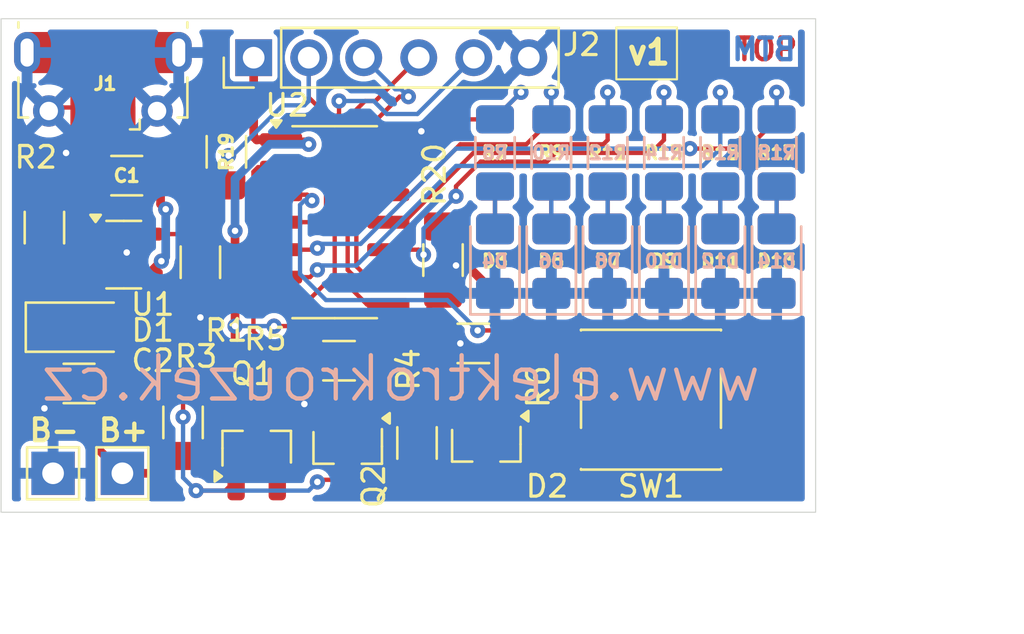
<source format=kicad_pcb>
(kicad_pcb (version 20241229) (generator "pcbnew") (generator_version "9.0")
  (layers (0 "F.Cu" signal) (2 "B.Cu" signal) (13 "F.Paste" user) (15 "B.Paste" user) (5 "F.SilkS" user "F.Silkscreen") (7 "B.SilkS" user "B.Silkscreen") (1 "F.Mask" user) (3 "B.Mask" user) (25 "Edge.Cuts" user))
  (net 0 "")
  (net 1 "Net-(D1-A)")
  (net 2 "GND")
  (net 3 "VCC")
  (net 4 "Net-(D1-K)")
  (net 5 "Net-(D2-K-Pad2)")
  (net 6 "BTN")
  (net 7 "Net-(D2-A)")
  (net 8 "Net-(D3-A)")
  (net 9 "Net-(D4-A)")
  (net 10 "Net-(D5-A)")
  (net 11 "Net-(D6-A)")
  (net 12 "Net-(D7-A)")
  (net 13 "Net-(D8-A)")
  (net 14 "Net-(D9-A)")
  (net 15 "Net-(D10-A)")
  (net 16 "Net-(D11-A)")
  (net 17 "Net-(D12-A)")
  (net 18 "Net-(D13-A)")
  (net 19 "Net-(D14-A)")
  (net 23 "RESET")
  (net 24 "MOSI")
  (net 25 "MISO")
  (net 26 "SCK")
  (net 27 "Net-(Q1-G)")
  (net 28 "Net-(Q1-S)")
  (net 29 "Net-(Q2-B)")
  (net 30 "Net-(U1-PROG)")
  (net 31 "Net-(U1-STAT)")
  (net 32 "PWR")
  (net 33 "Net-(U2-AREF{slash}PA0)")
  (net 34 "Net-(U2-PA1)")
  (net 35 "Net-(U2-PA2)")
  (net 36 "Net-(U2-PA3)")
  (net 37 "Net-(U2-PA7)")
  (net 38 "Net-(U2-PB2)")
  (footprint "Resistor_SMD:R_1206_3216Metric_Pad1.30x1.75mm_HandSolder" (layer "F.Cu") (at 129.6 76.65 -90)
    (property "Reference" "R1" (at 3.15 -1.2 180) (layer "F.SilkS"))
    (property "Value" "47k" (hide yes))
    (pad "1" smd roundrect (at -1.55 0 270) (size 1.3 1.75) (layers "F.Cu" "F.Mask" "F.Paste") (roundrect_rratio 0.192308) (net 30 "Net-(U1-PROG)"))
    (pad "2" smd roundrect (at 1.55 0 270) (size 1.3 1.75) (layers "F.Cu" "F.Mask" "F.Paste") (roundrect_rratio 0.192308) (net 2 "GND"))
  )
  (footprint "Resistor_SMD:R_1206_3216Metric_Pad1.30x1.75mm_HandSolder" (layer "F.Cu") (at 140.8 76.55 90)
    (property "Reference" "R20" (at 3.95 -0.4 90) (layer "F.SilkS"))
    (property "Value" "10k" (hide yes))
    (pad "1" smd roundrect (at -1.55 0 90) (size 1.3 1.75) (layers "F.Cu" "F.Mask" "F.Paste") (roundrect_rratio 0.192308) (net 3 "VCC"))
    (pad "2" smd roundrect (at 1.55 0 90) (size 1.3 1.75) (layers "F.Cu" "F.Mask" "F.Paste") (roundrect_rratio 0.192308) (net 26 "SCK"))
  )
  (footprint "TestPoint:TestPoint_THTPad_2.0x2.0mm_Drill1.0mm" (layer "F.Cu") (at 126 86.4)
    (property "Reference" "TP1" (hide yes))
    (property "Value" "BAT+" (hide yes))
    (pad "1" thru_hole rect (at 0 0) (size 2 2) (drill 1) (layers "*.Cu" "*.Mask") (net 28 "Net-(Q1-S)"))
  )
  (footprint "LED_SMD:LED_1206_3216Metric_Pad1.42x1.75mm_HandSolder" (layer "F.Cu") (at 143.2 76.6 90)
    (property "Reference" "D3" (at 0 0 180) (layer "F.SilkS") (effects (font (size 0.6 0.6))))
    (property "Value" "Red" (hide yes))
    (pad "1" smd roundrect (at -1.4875 0 90) (size 1.425 1.75) (layers "F.Cu" "F.Mask" "F.Paste") (roundrect_rratio 0.175439) (net 2 "GND"))
    (pad "2" smd roundrect (at 1.4875 0 90) (size 1.425 1.75) (layers "F.Cu" "F.Mask" "F.Paste") (roundrect_rratio 0.175439) (net 8 "Net-(D3-A)"))
  )
  (footprint "Resistor_SMD:R_1206_3216Metric_Pad1.30x1.75mm_HandSolder" (layer "F.Cu") (at 136 81.2 180)
    (property "Reference" "R5" (at 3.4 1 180) (layer "F.SilkS"))
    (property "Value" "10k" (hide yes))
    (pad "1" smd roundrect (at -1.55 0 180) (size 1.3 1.75) (layers "F.Cu" "F.Mask" "F.Paste") (roundrect_rratio 0.192308) (net 29 "Net-(Q2-B)"))
    (pad "2" smd roundrect (at 1.55 0 180) (size 1.3 1.75) (layers "F.Cu" "F.Mask" "F.Paste") (roundrect_rratio 0.192308) (net 32 "PWR"))
  )
  (footprint "TestPoint:TestPoint_THTPad_2.0x2.0mm_Drill1.0mm" (layer "F.Cu") (at 122.8 86.4)
    (property "Reference" "TP2" (hide yes))
    (property "Value" "BAT-" (hide yes))
    (pad "1" thru_hole rect (at 0 0) (size 2 2) (drill 1) (layers "*.Cu" "*.Mask") (net 2 "GND"))
  )
  (footprint "Resistor_SMD:R_1206_3216Metric_Pad1.30x1.75mm_HandSolder" (layer "F.Cu") (at 122.4 75.05 90)
    (property "Reference" "R2" (at 3.25 -0.4 0) (layer "F.SilkS"))
    (property "Value" "470R" (hide yes))
    (pad "1" smd roundrect (at -1.55 0 90) (size 1.3 1.75) (layers "F.Cu" "F.Mask" "F.Paste") (roundrect_rratio 0.192308) (net 4 "Net-(D1-K)"))
    (pad "2" smd roundrect (at 1.55 0 90) (size 1.3 1.75) (layers "F.Cu" "F.Mask" "F.Paste") (roundrect_rratio 0.192308) (net 31 "Net-(U1-STAT)"))
  )
  (footprint "Resistor_SMD:R_1206_3216Metric_Pad1.30x1.75mm_HandSolder" (layer "F.Cu") (at 130.8 71.55 90)
    (property "Reference" "R19" (at 0 0 90) (layer "F.SilkS") (effects (font (size 0.6 0.6))))
    (property "Value" "10k" (hide yes))
    (pad "1" smd roundrect (at -1.55 0 90) (size 1.3 1.75) (layers "F.Cu" "F.Mask" "F.Paste") (roundrect_rratio 0.192308) (net 23 "RESET"))
    (pad "2" smd roundrect (at 1.55 0 90) (size 1.3 1.75) (layers "F.Cu" "F.Mask" "F.Paste") (roundrect_rratio 0.192308) (net 3 "VCC"))
  )
  (footprint "LED_SMD:LED_1206_3216Metric_Pad1.42x1.75mm_HandSolder" (layer "F.Cu") (at 124 79.65)
    (property "Reference" "D1" (at 3.4 0.15 0) (layer "F.SilkS"))
    (property "Value" "Red" (hide yes))
    (pad "1" smd roundrect (at -1.4875 0) (size 1.425 1.75) (layers "F.Cu" "F.Mask" "F.Paste") (roundrect_rratio 0.175439) (net 4 "Net-(D1-K)"))
    (pad "2" smd roundrect (at 1.4875 0) (size 1.425 1.75) (layers "F.Cu" "F.Mask" "F.Paste") (roundrect_rratio 0.175439) (net 1 "Net-(D1-A)"))
  )
  (footprint "Connector_PinHeader_2.54mm:PinHeader_1x06_P2.54mm_Vertical" (layer "F.Cu") (at 132.06 67.2 90)
    (property "Reference" "J2" (at 0.6 15.14 180) (layer "F.SilkS"))
    (property "Value" "6pin" (hide yes))
    (pad "1" thru_hole rect (at 0 0 90) (size 1.7 1.7) (drill 1) (layers "*.Cu" "*.Mask") (net 3 "VCC"))
    (pad "2" thru_hole circle (at 0 2.54 90) (size 1.7 1.7) (drill 1) (layers "*.Cu" "*.Mask") (net 23 "RESET"))
    (pad "3" thru_hole circle (at 0 5.08 90) (size 1.7 1.7) (drill 1) (layers "*.Cu" "*.Mask") (net 26 "SCK"))
    (pad "4" thru_hole circle (at 0 7.62 90) (size 1.7 1.7) (drill 1) (layers "*.Cu" "*.Mask") (net 25 "MISO"))
    (pad "5" thru_hole circle (at 0 10.16 90) (size 1.7 1.7) (drill 1) (layers "*.Cu" "*.Mask") (net 24 "MOSI"))
    (pad "6" thru_hole circle (at 0 12.7 90) (size 1.7 1.7) (drill 1) (layers "*.Cu" "*.Mask") (net 2 "GND"))
  )
  (footprint "Resistor_SMD:R_1206_3216Metric_Pad1.30x1.75mm_HandSolder" (layer "F.Cu") (at 145.8 71.6 90)
    (property "Reference" "R9" (at 0 0 180) (layer "F.SilkS") (effects (font (size 0.6 0.6))))
    (property "Value" "220R" (hide yes))
    (pad "1" smd roundrect (at -1.55 0 90) (size 1.3 1.75) (layers "F.Cu" "F.Mask" "F.Paste") (roundrect_rratio 0.192308) (net 10 "Net-(D5-A)"))
    (pad "2" smd roundrect (at 1.55 0 90) (size 1.3 1.75) (layers "F.Cu" "F.Mask" "F.Paste") (roundrect_rratio 0.192308) (net 34 "Net-(U2-PA1)"))
  )
  (footprint "Package_SO:SOIC-14_3.9x8.7mm_P1.27mm" (layer "F.Cu") (at 135.8 74.8)
    (property "Reference" "U2" (at -2.2 -5.4 0) (layer "F.SilkS"))
    (property "Value" "ATtiny24-20SS" (hide yes))
    (pad "1" smd roundrect (at -2.475 -3.81) (size 1.95 0.6) (layers "F.Cu" "F.Mask" "F.Paste") (net 3 "VCC"))
    (pad "2" smd roundrect (at -2.475 -2.54) (size 1.95 0.6) (layers "F.Cu" "F.Mask" "F.Paste") (net 32 "PWR"))
    (pad "3" smd roundrect (at -2.475 -1.27) (size 1.95 0.6) (layers "F.Cu" "F.Mask" "F.Paste") (net 6 "BTN"))
    (pad "4" smd roundrect (at -2.475 0) (size 1.95 0.6) (layers "F.Cu" "F.Mask" "F.Paste") (net 23 "RESET"))
    (pad "5" smd roundrect (at -2.475 1.27) (size 1.95 0.6) (layers "F.Cu" "F.Mask" "F.Paste") (net 38 "Net-(U2-PB2)"))
    (pad "6" smd roundrect (at -2.475 2.54) (size 1.95 0.6) (layers "F.Cu" "F.Mask" "F.Paste") (net 37 "Net-(U2-PA7)"))
    (pad "7" smd roundrect (at -2.475 3.81) (size 1.95 0.6) (layers "F.Cu" "F.Mask" "F.Paste") (net 24 "MOSI"))
    (pad "8" smd roundrect (at 2.475 3.81) (size 1.95 0.6) (layers "F.Cu" "F.Mask" "F.Paste") (net 25 "MISO"))
    (pad "9" smd roundrect (at 2.475 2.54) (size 1.95 0.6) (layers "F.Cu" "F.Mask" "F.Paste") (net 26 "SCK"))
    (pad "10" smd roundrect (at 2.475 1.27) (size 1.95 0.6) (layers "F.Cu" "F.Mask" "F.Paste") (net 36 "Net-(U2-PA3)"))
    (pad "11" smd roundrect (at 2.475 0) (size 1.95 0.6) (layers "F.Cu" "F.Mask" "F.Paste") (net 35 "Net-(U2-PA2)"))
    (pad "12" smd roundrect (at 2.475 -1.27) (size 1.95 0.6) (layers "F.Cu" "F.Mask" "F.Paste") (net 34 "Net-(U2-PA1)"))
    (pad "13" smd roundrect (at 2.475 -2.54) (size 1.95 0.6) (layers "F.Cu" "F.Mask" "F.Paste") (net 33 "Net-(U2-AREF{slash}PA0)"))
    (pad "14" smd roundrect (at 2.475 -3.81) (size 1.95 0.6) (layers "F.Cu" "F.Mask" "F.Paste") (net 2 "GND"))
  )
  (footprint "Capacitor_SMD:C_1206_3216Metric_Pad1.33x1.80mm_HandSolder" (layer "F.Cu") (at 124 82.25 180)
    (property "Reference" "C2" (at -3.4 1.05 0) (layer "F.SilkS"))
    (property "Value" "4u7" (hide yes))
    (pad "1" smd roundrect (at -1.5625 0 180) (size 1.325 1.8) (layers "F.Cu" "F.Mask" "F.Paste") (roundrect_rratio 0.188679) (net 28 "Net-(Q1-S)"))
    (pad "2" smd roundrect (at 1.5625 0 180) (size 1.325 1.8) (layers "F.Cu" "F.Mask" "F.Paste") (roundrect_rratio 0.188679) (net 2 "GND"))
  )
  (footprint "Package_TO_SOT_SMD:SOT-23_Handsoldering" (layer "F.Cu") (at 142.8 85.1 -90)
    (property "Reference" "D2" (at 1.9 -2.8 180) (layer "F.SilkS"))
    (property "Value" "BAS70-06" (hide yes))
    (pad "1" smd roundrect (at -1.5 -0.95 270) (size 1.9 0.8) (layers "F.Cu" "F.Mask" "F.Paste") (net 6 "BTN"))
    (pad "2" smd roundrect (at -1.5 0.95 270) (size 1.9 0.8) (layers "F.Cu" "F.Mask" "F.Paste") (net 5 "Net-(D2-K-Pad2)"))
    (pad "3" smd roundrect (at 1.5 0 270) (size 1.9 0.8) (layers "F.Cu" "F.Mask" "F.Paste") (net 7 "Net-(D2-A)"))
  )
  (footprint "LED_SMD:LED_1206_3216Metric_Pad1.42x1.75mm_HandSolder" (layer "F.Cu") (at 148.4 76.6 90)
    (property "Reference" "D7" (at 0 0 180) (layer "F.SilkS") (effects (font (size 0.6 0.6))))
    (property "Value" "Red" (hide yes))
    (pad "1" smd roundrect (at -1.4875 0 90) (size 1.425 1.75) (layers "F.Cu" "F.Mask" "F.Paste") (roundrect_rratio 0.175439) (net 2 "GND"))
    (pad "2" smd roundrect (at 1.4875 0 90) (size 1.425 1.75) (layers "F.Cu" "F.Mask" "F.Paste") (roundrect_rratio 0.175439) (net 12 "Net-(D7-A)"))
  )
  (footprint "Resistor_SMD:R_1206_3216Metric_Pad1.30x1.75mm_HandSolder" (layer "F.Cu") (at 156.2 71.6 90)
    (property "Reference" "R17" (at 0 0 180) (layer "F.SilkS") (effects (font (size 0.6 0.6))))
    (property "Value" "220R" (hide yes))
    (pad "1" smd roundrect (at -1.55 0 90) (size 1.3 1.75) (layers "F.Cu" "F.Mask" "F.Paste") (roundrect_rratio 0.192308) (net 18 "Net-(D13-A)"))
    (pad "2" smd roundrect (at 1.55 0 90) (size 1.3 1.75) (layers "F.Cu" "F.Mask" "F.Paste") (roundrect_rratio 0.192308) (net 38 "Net-(U2-PB2)"))
  )
  (footprint "Package_TO_SOT_SMD:SOT-23_Handsoldering" (layer "F.Cu") (at 132.2 85.2 90)
    (property "Reference" "Q1" (at 3.4 -0.2 180) (layer "F.SilkS"))
    (property "Value" "BSS84" (hide yes))
    (pad "1" smd roundrect (at -1.5 -0.95 90) (size 1.9 0.8) (layers "F.Cu" "F.Mask" "F.Paste") (net 27 "Net-(Q1-G)"))
    (pad "2" smd roundrect (at -1.5 0.95 90) (size 1.9 0.8) (layers "F.Cu" "F.Mask" "F.Paste") (net 28 "Net-(Q1-S)"))
    (pad "3" smd roundrect (at 1.5 0 90) (size 1.9 0.8) (layers "F.Cu" "F.Mask" "F.Paste") (net 3 "VCC"))
  )
  (footprint "Resistor_SMD:R_1206_3216Metric_Pad1.30x1.75mm_HandSolder" (layer "F.Cu") (at 139.6 85 -90)
    (property "Reference" "R4" (at -3.4 0.4 270) (layer "F.SilkS"))
    (property "Value" "10k" (hide yes))
    (pad "1" smd roundrect (at -1.55 0 270) (size 1.3 1.75) (layers "F.Cu" "F.Mask" "F.Paste") (roundrect_rratio 0.192308) (net 29 "Net-(Q2-B)"))
    (pad "2" smd roundrect (at 1.55 0 270) (size 1.3 1.75) (layers "F.Cu" "F.Mask" "F.Paste") (roundrect_rratio 0.192308) (net 5 "Net-(D2-K-Pad2)"))
  )
  (footprint "Connector_USB:USB_Micro-B_Molex-105017-0001" (layer "F.Cu") (at 125.1 68.2 180)
    (property "Reference" "J1" (at -0.1 -0.2 0) (layer "F.SilkS") (effects (font (size 0.6 0.6))))
    (property "Value" "105017-0001" (hide yes))
    (pad "1" smd rect (at -1.3 -1.4625 180) (size 0.4 1.35) (layers "F.Cu" "F.Mask" "F.Paste") (net 1 "Net-(D1-A)"))
    (pad "2" smd rect (at -0.65 -1.4625 180) (size 0.4 1.35) (layers "F.Cu" "F.Mask" "F.Paste"))
    (pad "3" smd rect (at 0 -1.4625 180) (size 0.4 1.35) (layers "F.Cu" "F.Mask" "F.Paste"))
    (pad "4" smd rect (at 0.65 -1.4625 180) (size 0.4 1.35) (layers "F.Cu" "F.Mask" "F.Paste"))
    (pad "5" smd rect (at 1.3 -1.4625 180) (size 0.4 1.35) (layers "F.Cu" "F.Mask" "F.Paste") (net 2 "GND"))
    (pad "6" thru_hole oval (at -3.5 1.2375) (size 1.2 1.9) (drill oval 0.6 1.3) (property pad_prop_heatsink) (layers "*.Cu" "*.Mask") (net 2 "GND"))
    (pad "6" smd rect (at -2.9 1.2375 180) (size 1.2 1.9) (layers "F.Cu" "F.Mask") (net 2 "GND"))
    (pad "6" thru_hole circle (at -2.5 -1.4625 180) (size 1.45 1.45) (drill 0.85) (property pad_prop_heatsink) (layers "*.Cu" "*.Mask") (net 2 "GND"))
    (pad "6" smd rect (at -1 1.2375 180) (size 1.5 1.9) (layers "F.Cu" "F.Mask" "F.Paste") (net 2 "GND"))
    (pad "6" smd rect (at 1 1.2375 180) (size 1.5 1.9) (layers "F.Cu" "F.Mask" "F.Paste") (net 2 "GND"))
    (pad "6" thru_hole circle (at 2.5 -1.4625 180) (size 1.45 1.45) (drill 0.85) (property pad_prop_heatsink) (layers "*.Cu" "*.Mask") (net 2 "GND"))
    (pad "6" smd rect (at 2.9 1.2375 180) (size 1.2 1.9) (layers "F.Cu" "F.Mask") (net 2 "GND"))
    (pad "6" thru_hole oval (at 3.5 1.2375 180) (size 1.2 1.9) (drill oval 0.6 1.3) (property pad_prop_heatsink) (layers "*.Cu" "*.Mask") (net 2 "GND"))
  )
  (footprint "Resistor_SMD:R_1206_3216Metric_Pad1.30x1.75mm_HandSolder" (layer "F.Cu") (at 153.6 71.6 90)
    (property "Reference" "R15" (at 0 0 180) (layer "F.SilkS") (effects (font (size 0.6 0.6))))
    (property "Value" "220R" (hide yes))
    (pad "1" smd roundrect (at -1.55 0 90) (size 1.3 1.75) (layers "F.Cu" "F.Mask" "F.Paste") (roundrect_rratio 0.192308) (net 16 "Net-(D11-A)"))
    (pad "2" smd roundrect (at 1.55 0 90) (size 1.3 1.75) (layers "F.Cu" "F.Mask" "F.Paste") (roundrect_rratio 0.192308) (net 37 "Net-(U2-PA7)"))
  )
  (footprint "Resistor_SMD:R_1206_3216Metric_Pad1.30x1.75mm_HandSolder" (layer "F.Cu") (at 148.4 71.6 90)
    (property "Reference" "R11" (at 0 0 180) (layer "F.SilkS") (effects (font (size 0.6 0.6))))
    (property "Value" "220R" (hide yes))
    (pad "1" smd roundrect (at -1.55 0 90) (size 1.3 1.75) (layers "F.Cu" "F.Mask" "F.Paste") (roundrect_rratio 0.192308) (net 12 "Net-(D7-A)"))
    (pad "2" smd roundrect (at 1.55 0 90) (size 1.3 1.75) (layers "F.Cu" "F.Mask" "F.Paste") (roundrect_rratio 0.192308) (net 35 "Net-(U2-PA2)"))
  )
  (footprint "Capacitor_SMD:C_1206_3216Metric_Pad1.33x1.80mm_HandSolder" (layer "F.Cu") (at 126.2 72.65 180)
    (property "Reference" "C1" (at 0 0 0) (layer "F.SilkS") (effects (font (size 0.6 0.6))))
    (property "Value" "4u7" (hide yes))
    (pad "1" smd roundrect (at -1.5625 0 180) (size 1.325 1.8) (layers "F.Cu" "F.Mask" "F.Paste") (roundrect_rratio 0.188679) (net 1 "Net-(D1-A)"))
    (pad "2" smd roundrect (at 1.5625 0 180) (size 1.325 1.8) (layers "F.Cu" "F.Mask" "F.Paste") (roundrect_rratio 0.188679) (net 2 "GND"))
  )
  (footprint "Package_TO_SOT_SMD:SOT-23_Handsoldering" (layer "F.Cu") (at 136.4 85.2 -90)
    (property "Reference" "Q2" (at 1.8 -1.2 90) (layer "F.SilkS"))
    (property "Value" "BC848" (hide yes))
    (pad "1" smd roundrect (at -1.5 -0.95 270) (size 1.9 0.8) (layers "F.Cu" "F.Mask" "F.Paste") (net 29 "Net-(Q2-B)"))
    (pad "2" smd roundrect (at -1.5 0.95 270) (size 1.9 0.8) (layers "F.Cu" "F.Mask" "F.Paste") (net 2 "GND"))
    (pad "3" smd roundrect (at 1.5 0 270) (size 1.9 0.8) (layers "F.Cu" "F.Mask" "F.Paste") (net 27 "Net-(Q1-G)"))
  )
  (footprint "LED_SMD:LED_1206_3216Metric_Pad1.42x1.75mm_HandSolder" (layer "F.Cu") (at 151 76.6 90)
    (property "Reference" "D9" (at 0 0 180) (layer "F.SilkS") (effects (font (size 0.6 0.6))))
    (property "Value" "Red" (hide yes))
    (pad "1" smd roundrect (at -1.4875 0 90) (size 1.425 1.75) (layers "F.Cu" "F.Mask" "F.Paste") (roundrect_rratio 0.175439) (net 2 "GND"))
    (pad "2" smd roundrect (at 1.4875 0 90) (size 1.425 1.75) (layers "F.Cu" "F.Mask" "F.Paste") (roundrect_rratio 0.175439) (net 14 "Net-(D9-A)"))
  )
  (footprint "Package_TO_SOT_SMD:SOT-23-5" (layer "F.Cu") (at 126.0625 76.3)
    (property "Reference" "U1" (at 1.3375 2.3 0) (layer "F.SilkS"))
    (property "Value" "MCP73831-2-OT" (hide yes))
    (pad "1" smd roundrect (at -1.1375 -0.95) (size 1.325 0.6) (layers "F.Cu" "F.Mask" "F.Paste") (net 31 "Net-(U1-STAT)"))
    (pad "2" smd roundrect (at -1.1375 0) (size 1.325 0.6) (layers "F.Cu" "F.Mask" "F.Paste") (net 2 "GND"))
    (pad "3" smd roundrect (at -1.1375 0.95) (size 1.325 0.6) (layers "F.Cu" "F.Mask" "F.Paste") (net 28 "Net-(Q1-S)"))
    (pad "4" smd roundrect (at 1.1375 0.95) (size 1.325 0.6) (layers "F.Cu" "F.Mask" "F.Paste") (net 1 "Net-(D1-A)"))
    (pad "5" smd roundrect (at 1.1375 -0.95) (size 1.325 0.6) (layers "F.Cu" "F.Mask" "F.Paste") (net 30 "Net-(U1-PROG)"))
  )
  (footprint "LED_SMD:LED_1206_3216Metric_Pad1.42x1.75mm_HandSolder" (layer "F.Cu") (at 145.8 76.6 90)
    (property "Reference" "D5" (at 0 0 180) (layer "F.SilkS") (effects (font (size 0.6 0.6))))
    (property "Value" "Red" (hide yes))
    (pad "1" smd roundrect (at -1.4875 0 90) (size 1.425 1.75) (layers "F.Cu" "F.Mask" "F.Paste") (roundrect_rratio 0.175439) (net 2 "GND"))
    (pad "2" smd roundrect (at 1.4875 0 90) (size 1.425 1.75) (layers "F.Cu" "F.Mask" "F.Paste") (roundrect_rratio 0.175439) (net 10 "Net-(D5-A)"))
  )
  (footprint "Resistor_SMD:R_1206_3216Metric_Pad1.30x1.75mm_HandSolder" (layer "F.Cu") (at 143.2 71.6 90)
    (property "Reference" "R7" (at 0 0 180) (layer "F.SilkS") (effects (font (size 0.6 0.6))))
    (property "Value" "220R" (hide yes))
    (pad "1" smd roundrect (at -1.55 0 90) (size 1.3 1.75) (layers "F.Cu" "F.Mask" "F.Paste") (roundrect_rratio 0.192308) (net 8 "Net-(D3-A)"))
    (pad "2" smd roundrect (at 1.55 0 90) (size 1.3 1.75) (layers "F.Cu" "F.Mask" "F.Paste") (roundrect_rratio 0.192308) (net 33 "Net-(U2-AREF{slash}PA0)"))
  )
  (footprint "Resistor_SMD:R_1206_3216Metric_Pad1.30x1.75mm_HandSolder" (layer "F.Cu") (at 151 71.6 90)
    (property "Reference" "R13" (at 0 0 180) (layer "F.SilkS") (effects (font (size 0.6 0.6))))
    (property "Value" "220R" (hide yes))
    (pad "1" smd roundrect (at -1.55 0 90) (size 1.3 1.75) (layers "F.Cu" "F.Mask" "F.Paste") (roundrect_rratio 0.192308) (net 14 "Net-(D9-A)"))
    (pad "2" smd roundrect (at 1.55 0 90) (size 1.3 1.75) (layers "F.Cu" "F.Mask" "F.Paste") (roundrect_rratio 0.192308) (net 36 "Net-(U2-PA3)"))
  )
  (footprint "Resistor_SMD:R_1206_3216Metric_Pad1.30x1.75mm_HandSolder" (layer "F.Cu") (at 142.2 80.4)
    (property "Reference" "R6" (at 3 2 90) (layer "F.SilkS"))
    (property "Value" "10k" (hide yes))
    (pad "1" smd roundrect (at -1.55 0) (size 1.3 1.75) (layers "F.Cu" "F.Mask" "F.Paste") (roundrect_rratio 0.192308) (net 2 "GND"))
    (pad "2" smd roundrect (at 1.55 0) (size 1.3 1.75) (layers "F.Cu" "F.Mask" "F.Paste") (roundrect_rratio 0.192308) (net 6 "BTN"))
  )
  (footprint "LED_SMD:LED_1206_3216Metric_Pad1.42x1.75mm_HandSolder" (layer "F.Cu") (at 153.6 76.6 90)
    (property "Reference" "D11" (at 0 0 180) (layer "F.SilkS") (effects (font (size 0.6 0.6))))
    (property "Value" "Red" (hide yes))
    (pad "1" smd roundrect (at -1.4875 0 90) (size 1.425 1.75) (layers "F.Cu" "F.Mask" "F.Paste") (roundrect_rratio 0.175439) (net 2 "GND"))
    (pad "2" smd roundrect (at 1.4875 0 90) (size 1.425 1.75) (layers "F.Cu" "F.Mask" "F.Paste") (roundrect_rratio 0.175439) (net 16 "Net-(D11-A)"))
  )
  (footprint "Button_Switch_SMD:SW_SPST_PTS645" (layer "F.Cu") (at 150.4 83)
    (property "Reference" "SW1" (at 0 4 0) (layer "F.SilkS"))
    (property "Value" "6x6 SMD" (hide yes))
    (pad "1" smd rect (at -3.98 -2.25) (size 1.55 1.3) (layers "F.Cu" "F.Mask" "F.Paste") (net 28 "Net-(Q1-S)"))
    (pad "1" smd rect (at 3.98 -2.25) (size 1.55 1.3) (layers "F.Cu" "F.Mask" "F.Paste") (net 28 "Net-(Q1-S)"))
    (pad "2" smd rect (at -3.98 2.25) (size 1.55 1.3) (layers "F.Cu" "F.Mask" "F.Paste") (net 7 "Net-(D2-A)"))
    (pad "2" smd rect (at 3.98 2.25) (size 1.55 1.3) (layers "F.Cu" "F.Mask" "F.Paste") (net 7 "Net-(D2-A)"))
  )
  (footprint "LED_SMD:LED_1206_3216Metric_Pad1.42x1.75mm_HandSolder" (layer "F.Cu") (at 156.2 76.6 90)
    (property "Reference" "D13" (at 0 0 180) (layer "F.SilkS") (effects (font (size 0.6 0.6))))
    (property "Value" "Red" (hide yes))
    (pad "1" smd roundrect (at -1.4875 0 90) (size 1.425 1.75) (layers "F.Cu" "F.Mask" "F.Paste") (roundrect_rratio 0.175439) (net 2 "GND"))
    (pad "2" smd roundrect (at 1.4875 0 90) (size 1.425 1.75) (layers "F.Cu" "F.Mask" "F.Paste") (roundrect_rratio 0.175439) (net 18 "Net-(D13-A)"))
  )
  (footprint "Resistor_SMD:R_1206_3216Metric_Pad1.30x1.75mm_HandSolder" (layer "F.Cu") (at 128.8 84.05 90)
    (property "Reference" "R3" (at 3.05 0.6 180) (layer "F.SilkS"))
    (property "Value" "2M2" (hide yes))
    (pad "1" smd roundrect (at -1.55 0 90) (size 1.3 1.75) (layers "F.Cu" "F.Mask" "F.Paste") (roundrect_rratio 0.192308) (net 28 "Net-(Q1-S)"))
    (pad "2" smd roundrect (at 1.55 0 90) (size 1.3 1.75) (layers "F.Cu" "F.Mask" "F.Paste") (roundrect_rratio 0.192308) (net 27 "Net-(Q1-G)"))
  )
  (footprint "LED_SMD:LED_1206_3216Metric_Pad1.42x1.75mm_HandSolder" (layer "B.Cu") (at 151 76.6 90)
    (property "Reference" "D10" (at 0 0 180) (layer "B.SilkS") (effects (font (size 0.6 0.6)) (justify mirror)))
    (property "Value" "Red" (hide yes))
    (pad "1" smd roundrect (at -1.4875 0 90) (size 1.425 1.75) (layers "B.Cu" "B.Mask" "B.Paste") (roundrect_rratio 0.175439) (net 2 "GND"))
    (pad "2" smd roundrect (at 1.4875 0 90) (size 1.425 1.75) (layers "B.Cu" "B.Mask" "B.Paste") (roundrect_rratio 0.175439) (net 15 "Net-(D10-A)"))
  )
  (footprint "Resistor_SMD:R_1206_3216Metric_Pad1.30x1.75mm_HandSolder" (layer "B.Cu") (at 148.4 71.6 90)
    (property "Reference" "R12" (at 0 0 180) (layer "B.SilkS") (effects (font (size 0.6 0.6)) (justify mirror)))
    (property "Value" "220R" (hide yes))
    (pad "1" smd roundrect (at -1.55 0 90) (size 1.3 1.75) (layers "B.Cu" "B.Mask" "B.Paste") (roundrect_rratio 0.192308) (net 13 "Net-(D8-A)"))
    (pad "2" smd roundrect (at 1.55 0 90) (size 1.3 1.75) (layers "B.Cu" "B.Mask" "B.Paste") (roundrect_rratio 0.192308) (net 35 "Net-(U2-PA2)"))
  )
  (footprint "LED_SMD:LED_1206_3216Metric_Pad1.42x1.75mm_HandSolder" (layer "B.Cu") (at 145.8 76.6 90)
    (property "Reference" "D6" (at 0 0 180) (layer "B.SilkS") (effects (font (size 0.6 0.6)) (justify mirror)))
    (property "Value" "Red" (hide yes))
    (pad "1" smd roundrect (at -1.4875 0 90) (size 1.425 1.75) (layers "B.Cu" "B.Mask" "B.Paste") (roundrect_rratio 0.175439) (net 2 "GND"))
    (pad "2" smd roundrect (at 1.4875 0 90) (size 1.425 1.75) (layers "B.Cu" "B.Mask" "B.Paste") (roundrect_rratio 0.175439) (net 11 "Net-(D6-A)"))
  )
  (footprint "Resistor_SMD:R_1206_3216Metric_Pad1.30x1.75mm_HandSolder" (layer "B.Cu") (at 145.8 71.6 90)
    (property "Reference" "R10" (at 0 0 180) (layer "B.SilkS") (effects (font (size 0.6 0.6)) (justify mirror)))
    (property "Value" "220R" (hide yes))
    (pad "1" smd roundrect (at -1.55 0 90) (size 1.3 1.75) (layers "B.Cu" "B.Mask" "B.Paste") (roundrect_rratio 0.192308) (net 11 "Net-(D6-A)"))
    (pad "2" smd roundrect (at 1.55 0 90) (size 1.3 1.75) (layers "B.Cu" "B.Mask" "B.Paste") (roundrect_rratio 0.192308) (net 34 "Net-(U2-PA1)"))
  )
  (footprint "LED_SMD:LED_1206_3216Metric_Pad1.42x1.75mm_HandSolder" (layer "B.Cu") (at 148.4 76.6 90)
    (property "Reference" "D8" (at 0 0 180) (layer "B.SilkS") (effects (font (size 0.6 0.6)) (justify mirror)))
    (property "Value" "Red" (hide yes))
    (pad "1" smd roundrect (at -1.4875 0 90) (size 1.425 1.75) (layers "B.Cu" "B.Mask" "B.Paste") (roundrect_rratio 0.175439) (net 2 "GND"))
    (pad "2" smd roundrect (at 1.4875 0 90) (size 1.425 1.75) (layers "B.Cu" "B.Mask" "B.Paste") (roundrect_rratio 0.175439) (net 13 "Net-(D8-A)"))
  )
  (footprint "Resistor_SMD:R_1206_3216Metric_Pad1.30x1.75mm_HandSolder" (layer "B.Cu") (at 156.2 71.6 90)
    (property "Reference" "R18" (at 0 0 180) (layer "B.SilkS") (effects (font (size 0.6 0.6)) (justify mirror)))
    (property "Value" "220R" (hide yes))
    (pad "1" smd roundrect (at -1.55 0 90) (size 1.3 1.75) (layers "B.Cu" "B.Mask" "B.Paste") (roundrect_rratio 0.192308) (net 19 "Net-(D14-A)"))
    (pad "2" smd roundrect (at 1.55 0 90) (size 1.3 1.75) (layers "B.Cu" "B.Mask" "B.Paste") (roundrect_rratio 0.192308) (net 38 "Net-(U2-PB2)"))
  )
  (footprint "LED_SMD:LED_1206_3216Metric_Pad1.42x1.75mm_HandSolder" (layer "B.Cu") (at 143.2 76.6 90)
    (property "Reference" "D4" (at 0 0 180) (layer "B.SilkS") (effects (font (size 0.6 0.6)) (justify mirror)))
    (property "Value" "Red" (hide yes))
    (pad "1" smd roundrect (at -1.4875 0 90) (size 1.425 1.75) (layers "B.Cu" "B.Mask" "B.Paste") (roundrect_rratio 0.175439) (net 2 "GND"))
    (pad "2" smd roundrect (at 1.4875 0 90) (size 1.425 1.75) (layers "B.Cu" "B.Mask" "B.Paste") (roundrect_rratio 0.175439) (net 9 "Net-(D4-A)"))
  )
  (footprint "LED_SMD:LED_1206_3216Metric_Pad1.42x1.75mm_HandSolder" (layer "B.Cu") (at 156.2 76.6 90)
    (property "Reference" "D14" (at 0 0 180) (layer "B.SilkS") (effects (font (size 0.6 0.6)) (justify mirror)))
    (property "Value" "Red" (hide yes))
    (pad "1" smd roundrect (at -1.4875 0 90) (size 1.425 1.75) (layers "B.Cu" "B.Mask" "B.Paste") (roundrect_rratio 0.175439) (net 2 "GND"))
    (pad "2" smd roundrect (at 1.4875 0 90) (size 1.425 1.75) (layers "B.Cu" "B.Mask" "B.Paste") (roundrect_rratio 0.175439) (net 19 "Net-(D14-A)"))
  )
  (footprint "LED_SMD:LED_1206_3216Metric_Pad1.42x1.75mm_HandSolder" (layer "B.Cu") (at 153.6 76.6 90)
    (property "Reference" "D12" (at 0 0 180) (layer "B.SilkS") (effects (font (size 0.6 0.6)) (justify mirror)))
    (property "Value" "Red" (hide yes))
    (pad "1" smd roundrect (at -1.4875 0 90) (size 1.425 1.75) (layers "B.Cu" "B.Mask" "B.Paste") (roundrect_rratio 0.175439) (net 2 "GND"))
    (pad "2" smd roundrect (at 1.4875 0 90) (size 1.425 1.75) (layers "B.Cu" "B.Mask" "B.Paste") (roundrect_rratio 0.175439) (net 17 "Net-(D12-A)"))
  )
  (footprint "Resistor_SMD:R_1206_3216Metric_Pad1.30x1.75mm_HandSolder" (layer "B.Cu") (at 151 71.6 90)
    (property "Reference" "R14" (at 0 0 180) (layer "B.SilkS") (effects (font (size 0.6 0.6)) (justify mirror)))
    (property "Value" "220R" (hide yes))
    (pad "1" smd roundrect (at -1.55 0 90) (size 1.3 1.75) (layers "B.Cu" "B.Mask" "B.Paste") (roundrect_rratio 0.192308) (net 15 "Net-(D10-A)"))
    (pad "2" smd roundrect (at 1.55 0 90) (size 1.3 1.75) (layers "B.Cu" "B.Mask" "B.Paste") (roundrect_rratio 0.192308) (net 36 "Net-(U2-PA3)"))
  )
  (footprint "Resistor_SMD:R_1206_3216Metric_Pad1.30x1.75mm_HandSolder" (layer "B.Cu") (at 143.2 71.6 90)
    (property "Reference" "R8" (at 0 0 180) (layer "B.SilkS") (effects (font (size 0.6 0.6)) (justify mirror)))
    (property "Value" "220R" (hide yes))
    (pad "1" smd roundrect (at -1.55 0 90) (size 1.3 1.75) (layers "B.Cu" "B.Mask" "B.Paste") (roundrect_rratio 0.192308) (net 9 "Net-(D4-A)"))
    (pad "2" smd roundrect (at 1.55 0 90) (size 1.3 1.75) (layers "B.Cu" "B.Mask" "B.Paste") (roundrect_rratio 0.192308) (net 33 "Net-(U2-AREF{slash}PA0)"))
  )
  (footprint "Resistor_SMD:R_1206_3216Metric_Pad1.30x1.75mm_HandSolder" (layer "B.Cu") (at 153.6 71.6 90)
    (property "Reference" "R16" (at 0 0 180) (layer "B.SilkS") (effects (font (size 0.6 0.6)) (justify mirror)))
    (property "Value" "220R" (hide yes))
    (pad "1" smd roundrect (at -1.55 0 90) (size 1.3 1.75) (layers "B.Cu" "B.Mask" "B.Paste") (roundrect_rratio 0.192308) (net 17 "Net-(D12-A)"))
    (pad "2" smd roundrect (at 1.55 0 90) (size 1.3 1.75) (layers "B.Cu" "B.Mask" "B.Paste") (roundrect_rratio 0.192308) (net 37 "Net-(U2-PA7)"))
  )
  (gr_rect (start 148.8 65.8) (end 151.6 68.2) (stroke (width 0.1)) (fill no) (layer "F.SilkS"))
  (gr_rect (start 120.4 65.4) (end 158 88.2) (stroke (width 0.05)) (fill no) (layer "Edge.Cuts"))
  (gr_text "TOP" (at 154.2 67.4 0) (layer "F.Cu") (effects (font (size 1 1) (thickness 0.2) (bold yes)) (justify left bottom)))
  (gr_text "BTM" (at 157.2 67.4 0) (layer "B.Cu") (effects (font (size 1 1) (thickness 0.2) (bold yes)) (justify left bottom mirror)))
  (gr_text "v1" (at 149.2 67.6 0) (layer "F.SilkS") (effects (font (size 1.1 1.1) (thickness 0.24) (bold yes)) (justify left bottom)))
  (gr_text "B+" (at 124.8 85 0) (layer "F.SilkS") (effects (font (size 1 1) (thickness 0.2) (bold yes)) (justify left bottom)))
  (gr_text "B-" (at 121.6 85 0) (layer "F.SilkS") (effects (font (size 1 1) (thickness 0.2) (bold yes)) (justify left bottom)))
  (gr_text "www.elektrokrouzek.cz" (at 155.6 83.2 0) (layer "B.SilkS") (effects (font (size 2 2) (thickness 0.2) (bold yes)) (justify left bottom mirror)))
  (segment (start 127.8 76.6) (end 127.2 77.2) (width 0.4) (layer "F.Cu") (net 1))
  (segment (start 126.15 79.65) (end 127.2 78.6) (width 0.4) (layer "F.Cu") (net 1))
  (segment (start 127.2 77.2) (end 127.2 77.25) (width 0.4) (layer "F.Cu") (net 1))
  (segment (start 127.7625 73.9625) (end 128 74.2) (width 0.4) (layer "F.Cu") (net 1))
  (segment (start 127.7625 72.65) (end 127.7625 73.9625) (width 0.4) (layer "F.Cu") (net 1))
  (segment (start 126.4 71.2875) (end 127.7625 72.65) (width 0.4) (layer "F.Cu") (net 1))
  (segment (start 125.4875 79.65) (end 126.15 79.65) (width 0.4) (layer "F.Cu") (net 1))
  (segment (start 126.4 69.5) (end 126.4 71.2875) (width 0.4) (layer "F.Cu") (net 1))
  (segment (start 127.2 78.6) (end 127.2 77.25) (width 0.4) (layer "F.Cu") (net 1))
  (via (at 128 74.2) (size 0.7) (drill 0.3) (layers "F.Cu" "B.Cu") (net 1))
  (via (at 127.8 76.6) (size 0.7) (drill 0.3) (layers "F.Cu" "B.Cu") (net 1))
  (segment (start 128 74.2) (end 128 76.4) (width 0.4) (layer "B.Cu") (net 1))
  (segment (start 128 76.4) (end 127.8 76.6) (width 0.4) (layer "B.Cu") (net 1))
  (segment (start 143.2 78.0875) (end 141.9125 76.8) (width 0.4) (layer "F.Cu") (net 2))
  (segment (start 140.65 80.4) (end 141.6 80.4) (width 0.2) (layer "F.Cu") (net 2))
  (segment (start 135.45 83.7) (end 134.95 83.2) (width 0.2) (layer "F.Cu") (net 2))
  (segment (start 122.4375 82.25) (end 122.4375 83.3625) (width 0.2) (layer "F.Cu") (net 2))
  (segment (start 129.6 78.2) (end 129.6 79.2) (width 0.2) (layer "F.Cu") (net 2))
  (segment (start 126.1 76.3) (end 126.2 76.2) (width 0.2) (layer "F.Cu") (net 2))
  (segment (start 139.41 70.99) (end 139.8 70.6) (width 0.2) (layer "F.Cu") (net 2))
  (segment (start 124.1 66.8) (end 126.1 66.8) (width 0.2) (layer "F.Cu") (net 2))
  (segment (start 126.1 66.8) (end 128.6 66.8) (width 0.2) (layer "F.Cu") (net 2))
  (segment (start 122.4375 83.3625) (end 122.4 83.4) (width 0.2) (layer "F.Cu") (net 2))
  (segment (start 123.8 69.5) (end 122.6 69.5) (width 0.2) (layer "F.Cu") (net 2))
  (segment (start 138.275 70.99) (end 139.41 70.99) (width 0.2) (layer "F.Cu") (net 2))
  (segment (start 124.6375 72.65) (end 124.45 72.65) (width 0.2) (layer "F.Cu") (net 2))
  (segment (start 124.925 76.3) (end 126.1 76.3) (width 0.2) (layer "F.Cu") (net 2))
  (segment (start 124.45 72.65) (end 123.4 71.6) (width 0.2) (layer "F.Cu") (net 2))
  (segment (start 124.6375 72.65) (end 124.6375 72.4375) (width 0.2) (layer "F.Cu") (net 2))
  (segment (start 141.9125 76.8) (end 141.4 76.8) (width 0.4) (layer "F.Cu") (net 2))
  (segment (start 156.2 78.0875) (end 143.2 78.0875) (width 0.4) (layer "F.Cu") (net 2))
  (segment (start 124.1 66.8) (end 121.6 66.8) (width 0.2) (layer "F.Cu") (net 2))
  (segment (start 134.95 83.2) (end 134.4 83.2) (width 0.2) (layer "F.Cu") (net 2))
  (via (at 123.4 71.6) (size 0.7) (drill 0.3) (layers "F.Cu" "B.Cu") (net 2))
  (via (at 126.2 76.2) (size 0.7) (drill 0.3) (layers "F.Cu" "B.Cu") (net 2))
  (via (at 139.8 70.6) (size 0.7) (drill 0.3) (layers "F.Cu" "B.Cu") (net 2))
  (via (at 129.6 79.2) (size 0.7) (drill 0.3) (layers "F.Cu" "B.Cu") (net 2))
  (via (at 134.4 83.2) (size 0.7) (drill 0.3) (layers "F.Cu" "B.Cu") (net 2))
  (via (at 141.4 76.8) (size 0.7) (drill 0.3) (layers "F.Cu" "B.Cu") (net 2))
  (via (at 141.6 80.4) (size 0.7) (drill 0.3) (layers "F.Cu" "B.Cu") (net 2))
  (via (at 122.4 83.4) (size 0.7) (drill 0.3) (layers "F.Cu" "B.Cu") (net 2))
  (segment (start 143.2 78.0875) (end 141.9125 78.0875) (width 0.4) (layer "B.Cu") (net 2))
  (segment (start 141.9125 78.0875) (end 141.4 77.575) (width 0.4) (layer "B.Cu") (net 2))
  (segment (start 141.4 77.575) (end 141.4 76.8) (width 0.4) (layer "B.Cu") (net 2))
  (segment (start 156.2 78.0875) (end 143.2 78.0875) (width 0.4) (layer "B.Cu") (net 2))
  (segment (start 131.2 82.7) (end 132.2 83.7) (width 0.4) (layer "F.Cu") (net 3))
  (segment (start 131.2 79.6) (end 131.2 82.7) (width 0.4) (layer "F.Cu") (net 3))
  (segment (start 134.39 70.99) (end 134.6 71.2) (width 0.2) (layer "F.Cu") (net 3))
  (segment (start 132.06 70) (end 132.06 70.86) (width 0.4) (layer "F.Cu") (net 3))
  (segment (start 139.3 79.6) (end 133 79.6) (width 0.2) (layer "F.Cu") (net 3))
  (segment (start 140.8 78.1) (end 139.3 79.6) (width 0.2) (layer "F.Cu") (net 3))
  (segment (start 132.06 70.86) (end 132.2 71) (width 0.4) (layer "F.Cu") (net 3))
  (segment (start 130.8 70) (end 132.06 70) (width 0.4) (layer "F.Cu") (net 3))
  (segment (start 132.21 70.99) (end 133.325 70.99) (width 0.4) (layer "F.Cu") (net 3))
  (segment (start 132.06 67.2) (end 132.06 70) (width 0.4) (layer "F.Cu") (net 3))
  (segment (start 133.325 70.99) (end 134.39 70.99) (width 0.2) (layer "F.Cu") (net 3))
  (segment (start 132.2 71) (end 132.21 70.99) (width 0.4) (layer "F.Cu") (net 3))
  (segment (start 131.2 75.2) (end 131.2 79.6) (width 0.4) (layer "F.Cu") (net 3))
  (via (at 131.2 75.2) (size 0.7) (drill 0.3) (layers "F.Cu" "B.Cu") (net 3))
  (via (at 133 79.6) (size 0.7) (drill 0.3) (layers "F.Cu" "B.Cu") (net 3))
  (via (at 131.2 79.6) (size 0.7) (drill 0.3) (layers "F.Cu" "B.Cu") (net 3))
  (via (at 134.6 71.2) (size 0.7) (drill 0.3) (layers "F.Cu" "B.Cu") (net 3))
  (segment (start 133 79.6) (end 131.2 79.6) (width 0.2) (layer "B.Cu") (net 3))
  (segment (start 131.2 72.8) (end 132.8 71.2) (width 0.4) (layer "B.Cu") (net 3))
  (segment (start 132.8 71.2) (end 134.6 71.2) (width 0.4) (layer "B.Cu") (net 3))
  (segment (start 131.2 75.2) (end 131.2 72.8) (width 0.4) (layer "B.Cu") (net 3))
  (segment (start 122.4 76.6) (end 122.4 79.5375) (width 0.2) (layer "F.Cu") (net 4))
  (segment (start 122.4 79.5375) (end 122.5125 79.65) (width 0.2) (layer "F.Cu") (net 4))
  (segment (start 139.6 86.55) (end 139.85 86.55) (width 0.2) (layer "F.Cu") (net 5))
  (segment (start 139.85 86.55) (end 141.85 84.55) (width 0.2) (layer "F.Cu") (net 5))
  (segment (start 141.85 84.55) (end 141.85 83.8) (width 0.2) (layer "F.Cu") (net 5))
  (segment (start 134.53 73.53) (end 133.325 73.53) (width 0.2) (layer "F.Cu") (net 6))
  (segment (start 143.15 79.8) (end 143.75 80.4) (width 0.2) (layer "F.Cu") (net 6))
  (segment (start 143.75 83.8) (end 143.75 80.4) (width 0.2) (layer "F.Cu") (net 6))
  (segment (start 134.749 73.749) (end 134.53 73.53) (width 0.2) (layer "F.Cu") (net 6))
  (segment (start 142.4 79.8) (end 143.15 79.8) (width 0.2) (layer "F.Cu") (net 6))
  (segment (start 134.749 73.8) (end 134.749 73.749) (width 0.2) (layer "F.Cu") (net 6))
  (via (at 134.749 73.8) (size 0.7) (drill 0.3) (layers "F.Cu" "B.Cu") (net 6))
  (via (at 142.4 79.8) (size 0.7) (drill 0.3) (layers "F.Cu" "B.Cu") (net 6))
  (segment (start 134.399 73.8) (end 134.2 73.999) (width 0.2) (layer "B.Cu") (net 6))
  (segment (start 134.749 73.8) (end 134.399 73.8) (width 0.2) (layer "B.Cu") (net 6))
  (segment (start 134.2 73.999) (end 134.2 77.2) (width 0.2) (layer "B.Cu") (net 6))
  (segment (start 135.4 78.4) (end 141 78.4) (width 0.2) (layer "B.Cu") (net 6))
  (segment (start 141 78.4) (end 142.4 79.8) (width 0.2) (layer "B.Cu") (net 6))
  (segment (start 134.2 77.2) (end 135.4 78.4) (width 0.2) (layer "B.Cu") (net 6))
  (segment (start 154.38 85.25) (end 146.42 85.25) (width 0.2) (layer "F.Cu") (net 7))
  (segment (start 142.8 86.8) (end 144.87 86.8) (width 0.2) (layer "F.Cu") (net 7))
  (segment (start 144.87 86.8) (end 146.42 85.25) (width 0.2) (layer "F.Cu") (net 7))
  (segment (start 143.2 75.1125) (end 143.2 73.15) (width 0.2) (layer "F.Cu") (net 8))
  (segment (start 143.2 73.15) (end 143.2 75.1125) (width 0.2) (layer "B.Cu") (net 9))
  (segment (start 145.8 75.1125) (end 145.8 73.15) (width 0.2) (layer "F.Cu") (net 10))
  (segment (start 145.8 73.15) (end 145.8 75.1125) (width 0.2) (layer "B.Cu") (net 11))
  (segment (start 148.4 75.1125) (end 148.4 73.15) (width 0.2) (layer "F.Cu") (net 12))
  (segment (start 148.4 73.15) (end 148.4 75.1125) (width 0.2) (layer "B.Cu") (net 13))
  (segment (start 151 75.1125) (end 151 73.15) (width 0.2) (layer "F.Cu") (net 14))
  (segment (start 151 73.15) (end 151 75.1125) (width 0.2) (layer "B.Cu") (net 15))
  (segment (start 153.6 75.1125) (end 153.6 73.15) (width 0.2) (layer "F.Cu") (net 16))
  (segment (start 153.6 73.15) (end 153.6 75.1125) (width 0.2) (layer "B.Cu") (net 17))
  (segment (start 156.2 75.1125) (end 156.2 73.15) (width 0.2) (layer "F.Cu") (net 18))
  (segment (start 156.2 73.15) (end 156.2 75.1125) (width 0.2) (layer "B.Cu") (net 19))
  (segment (start 133.325 74.8) (end 134.8 74.8) (width 0.2) (layer "F.Cu") (net 23))
  (segment (start 130.8 73.1) (end 130.8 71.824265) (width 0.2) (layer "F.Cu") (net 23))
  (segment (start 135.399 74.201) (end 135.399 69.8339) (width 0.2) (layer "F.Cu") (net 23))
  (segment (start 130.8 71.824265) (end 130.901 71.723265) (width 0.2) (layer "F.Cu") (net 23))
  (segment (start 134.8 74.8) (end 135.399 74.201) (width 0.2) (layer "F.Cu") (net 23))
  (segment (start 134.6 69.0349) (end 134.6 67.2) (width 0.2) (layer "F.Cu") (net 23))
  (segment (start 135.399 69.8339) (end 134.6 69.0349) (width 0.2) (layer "F.Cu") (net 23))
  (via (at 130.901 71.723265) (size 0.7) (drill 0.3) (layers "F.Cu" "B.Cu") (net 23))
  (segment (start 134.4 69.4) (end 134.6 69.2) (width 0.2) (layer "B.Cu") (net 23))
  (segment (start 130.901 71.723265) (end 131.076735 71.723265) (width 0.2) (layer "B.Cu") (net 23))
  (segment (start 133.4 69.4) (end 134.4 69.4) (width 0.2) (layer "B.Cu") (net 23))
  (segment (start 134.6 69.2) (end 134.6 67.2) (width 0.2) (layer "B.Cu") (net 23))
  (segment (start 131.076735 71.723265) (end 133.4 69.4) (width 0.2) (layer "B.Cu") (net 23))
  (segment (start 133.325 78.61) (end 134.39 78.61) (width 0.2) (layer "F.Cu") (net 24))
  (segment (start 135.8 77.2) (end 135.8 70) (width 0.2) (layer "F.Cu") (net 24))
  (segment (start 136 69.8) (end 136 69.2) (width 0.2) (layer "F.Cu") (net 24))
  (segment (start 135.8 70) (end 136 69.8) (width 0.2) (layer "F.Cu") (net 24))
  (segment (start 134.39 78.61) (end 135.8 77.2) (width 0.2) (layer "F.Cu") (net 24))
  (via (at 136 69.2) (size 0.7) (drill 0.3) (layers "F.Cu" "B.Cu") (net 24))
  (segment (start 136 69.2) (end 137.6 69.2) (width 0.2) (layer "B.Cu") (net 24))
  (segment (start 137.6 69.2) (end 138.2 69.8) (width 0.2) (layer "B.Cu") (net 24))
  (segment (start 139.62 69.8) (end 142.22 67.2) (width 0.2) (layer "B.Cu") (net 24))
  (segment (start 138.2 69.8) (end 139.62 69.8) (width 0.2) (layer "B.Cu") (net 24))
  (segment (start 136.6 77.207099) (end 136.399 77.006099) (width 0.2) (layer "F.Cu") (net 25))
  (segment (start 136.6 70.2329) (end 136.6 69.8) (width 0.2) (layer "F.Cu") (net 25))
  (segment (start 136.6 69.8) (end 137.2 69.2) (width 0.2) (layer "F.Cu") (net 25))
  (segment (start 138.330346 68.549) (end 138.331 68.549) (width 0.2) (layer "F.Cu") (net 25))
  (segment (start 137.949 68.931) (end 137.949 68.930346) (width 0.2) (layer "F.Cu") (net 25))
  (segment (start 137.2 69.2) (end 137.68 69.2) (width 0.2) (layer "F.Cu") (net 25))
  (segment (start 136.399 77.006099) (end 136.399 70.4339) (width 0.2) (layer "F.Cu") (net 25))
  (segment (start 136.6 77.909999) (end 136.6 77.207099) (width 0.2) (layer "F.Cu") (net 25))
  (segment (start 137.949 68.930346) (end 138.330346 68.549) (width 0.2) (layer "F.Cu") (net 25))
  (segment (start 137.68 69.2) (end 137.949 68.931) (width 0.2) (layer "F.Cu") (net 25))
  (segment (start 138.275 78.61) (end 137.300001 78.61) (width 0.2) (layer "F.Cu") (net 25))
  (segment (start 136.399 70.4339) (end 136.6 70.2329) (width 0.2) (layer "F.Cu") (net 25))
  (segment (start 137.300001 78.61) (end 136.6 77.909999) (width 0.2) (layer "F.Cu") (net 25))
  (segment (start 138.331 68.549) (end 139.68 67.2) (width 0.2) (layer "F.Cu") (net 25))
  (segment (start 140.130346 77.149) (end 138.466 77.149) (width 0.2) (layer "F.Cu") (net 26))
  (segment (start 136.8 70.6) (end 136.8 76.839999) (width 0.2) (layer "F.Cu") (net 26))
  (segment (start 137.300001 77.34) (end 138.275 77.34) (width 0.2) (layer "F.Cu") (net 26))
  (segment (start 140.8 75) (end 141 75.2) (width 0.2) (layer "F.Cu") (net 26))
  (segment (start 137.011 70.389) (end 136.8 70.6) (width 0.2) (layer "F.Cu") (net 26))
  (segment (start 137.411 70.389) (end 137.011 70.389) (width 0.2) (layer "F.Cu") (net 26))
  (segment (start 136.8 76.839999) (end 137.300001 77.34) (width 0.2) (layer "F.Cu") (net 26))
  (segment (start 141 76.279346) (end 140.130346 77.149) (width 0.2) (layer "F.Cu") (net 26))
  (segment (start 138.8 69) (end 137.411 70.389) (width 0.2) (layer "F.Cu") (net 26))
  (segment (start 138.466 77.149) (end 138.275 77.34) (width 0.2) (layer "F.Cu") (net 26))
  (segment (start 139.2 69) (end 138.8 69) (width 0.2) (layer "F.Cu") (net 26))
  (segment (start 141 75.2) (end 141 76.279346) (width 0.2) (layer "F.Cu") (net 26))
  (via (at 139.2 69) (size 0.7) (drill 0.3) (layers "F.Cu" "B.Cu") (net 26))
  (segment (start 139.2 69) (end 138.86 68.66) (width 0.2) (layer "B.Cu") (net 26))
  (segment (start 138.86 68.66) (end 138.6 68.66) (width 0.2) (layer "B.Cu") (net 26))
  (segment (start 138.6 68.66) (end 137.14 67.2) (width 0.2) (layer "B.Cu") (net 26))
  (segment (start 135.1 86.7) (end 135 86.8) (width 0.2) (layer "F.Cu") (net 27))
  (segment (start 131.25 86.7) (end 130.75 87.2) (width 0.2) (layer "F.Cu") (net 27))
  (segment (start 128.8 82.5) (end 128.8 83.8) (width 0.2) (layer "F.Cu") (net 27))
  (segment (start 136.4 86.7) (end 135.1 86.7) (width 0.2) (layer "F.Cu") (net 27))
  (segment (start 130.75 87.2) (end 129.4 87.2) (width 0.2) (layer "F.Cu") (net 27))
  (via (at 135 86.8) (size 0.7) (drill 0.3) (layers "F.Cu" "B.Cu") (net 27))
  (via (at 129.4 87.2) (size 0.7) (drill 0.3) (layers "F.Cu" "B.Cu") (net 27))
  (via (at 128.8 83.8) (size 0.7) (drill 0.3) (layers "F.Cu" "B.Cu") (net 27))
  (segment (start 134.6 87.2) (end 129.4 87.2) (width 0.2) (layer "B.Cu") (net 27))
  (segment (start 135 86.8) (end 134.6 87.2) (width 0.2) (layer "B.Cu") (net 27))
  (segment (start 128.8 83.8) (end 128.8 86.6) (width 0.2) (layer "B.Cu") (net 27))
  (segment (start 128.8 86.6) (end 129.4 87.2) (width 0.2) (layer "B.Cu") (net 27))
  (segment (start 143.344516 85.2) (end 142.8 84.655484) (width 0.4) (layer "F.Cu") (net 28))
  (segment (start 142.8 82.6) (end 142.449 82.249) (width 0.4) (layer "F.Cu") (net 28))
  (segment (start 124 78.175) (end 124 82.2) (width 0.4) (layer "F.Cu") (net 28))
  (segment (start 130.249 85.051) (end 129.7 85.6) (width 0.4) (layer "F.Cu") (net 28))
  (segment (start 124.925 77.25) (end 124 78.175) (width 0.4) (layer "F.Cu") (net 28))
  (segment (start 144.4 85.2) (end 143.344516 85.2) (width 0.4) (layer "F.Cu") (net 28))
  (segment (start 124 82.2) (end 124 84.4) (width 0.4) (layer "F.Cu") (net 28))
  (segment (start 146.42 83.18) (end 144.4 85.2) (width 0.4) (layer "F.Cu") (net 28))
  (segment (start 128 86.4) (end 128.8 85.6) (width 0.4) (layer "F.Cu") (net 28))
  (segment (start 142.449 82.249) (end 141.395516 82.249) (width 0.4) (layer "F.Cu") (net 28))
  (segment (start 133.2 85.051) (end 130.249 85.051) (width 0.4) (layer "F.Cu") (net 28))
  (segment (start 133.15 85.101) (end 133.2 85.051) (width 0.4) (layer "F.Cu") (net 28))
  (segment (start 133.15 86.7) (end 133.15 85.101) (width 0.4) (layer "F.Cu") (net 28))
  (segment (start 140.876 82.768516) (end 140.876 84.324) (width 0.4) (layer "F.Cu") (net 28))
  (segment (start 140.876 84.324) (end 140.149 85.051) (width 0.4) (layer "F.Cu") (net 28))
  (segment (start 142.8 84.655484) (end 142.8 82.6) (width 0.4) (layer "F.Cu") (net 28))
  (segment (start 141.395516 82.249) (end 140.876 82.768516) (width 0.4) (layer "F.Cu") (net 28))
  (segment (start 154.38 80.75) (end 146.42 80.75) (width 0.4) (layer "F.Cu") (net 28))
  (segment (start 124 84.4) (end 126 86.4) (width 0.4) (layer "F.Cu") (net 28))
  (segment (start 140.149 85.051) (end 133.2 85.051) (width 0.4) (layer "F.Cu") (net 28))
  (segment (start 129.7 85.6) (end 128.8 85.6) (width 0.4) (layer "F.Cu") (net 28))
  (segment (start 124.05 82.25) (end 124 82.2) (width 0.4) (layer "F.Cu") (net 28))
  (segment (start 126 86.4) (end 128 86.4) (width 0.4) (layer "F.Cu") (net 28))
  (segment (start 146.42 80.75) (end 146.42 83.18) (width 0.4) (layer "F.Cu") (net 28))
  (segment (start 125.5625 82.25) (end 124.05 82.25) (width 0.4) (layer "F.Cu") (net 28))
  (segment (start 139.6 83.45) (end 137.6 83.45) (width 0.2) (layer "F.Cu") (net 29))
  (segment (start 137.35 81.4) (end 137.55 81.2) (width 0.2) (layer "F.Cu") (net 29))
  (segment (start 137.35 83.7) (end 137.35 81.4) (width 0.2) (layer "F.Cu") (net 29))
  (segment (start 137.6 83.45) (end 137.35 83.7) (width 0.2) (layer "F.Cu") (net 29))
  (segment (start 127.2 75.35) (end 129.35 75.35) (width 0.2) (layer "F.Cu") (net 30))
  (segment (start 129.35 75.35) (end 129.6 75.1) (width 0.2) (layer "F.Cu") (net 30))
  (segment (start 124.925 75.35) (end 124.25 75.35) (width 0.2) (layer "F.Cu") (net 31))
  (segment (start 124.25 75.35) (end 122.4 73.5) (width 0.2) (layer "F.Cu") (net 31))
  (segment (start 133.4 81.2) (end 132.049 79.849) (width 0.2) (layer "F.Cu") (net 32))
  (segment (start 134.45 81.2) (end 133.4 81.2) (width 0.2) (layer "F.Cu") (net 32))
  (segment (start 132.049 79.849) (end 132.049 72.471) (width 0.2) (layer "F.Cu") (net 32))
  (segment (start 132.26 72.26) (end 133.325 72.26) (width 0.2) (layer "F.Cu") (net 32))
  (segment (start 132.049 72.471) (end 132.26 72.26) (width 0.2) (layer "F.Cu") (net 32))
  (segment (start 143.2 70) (end 144.4 68.8) (width 0.2) (layer "F.Cu") (net 33))
  (segment (start 139.34 72.26) (end 141.55 70.05) (width 0.2) (layer "F.Cu") (net 33))
  (segment (start 141.55 70.05) (end 143.2 70.05) (width 0.2) (layer "F.Cu") (net 33))
  (segment (start 138.275 72.26) (end 139.34 72.26) (width 0.2) (layer "F.Cu") (net 33))
  (segment (start 143.2 70.05) (end 143.2 70) (width 0.2) (layer "F.Cu") (net 33))
  (via (at 144.4 68.8) (size 0.7) (drill 0.3) (layers "F.Cu" "B.Cu") (net 33))
  (segment (start 143.2 70.05) (end 143.2 70) (width 0.2) (layer "B.Cu") (net 33))
  (segment (start 143.2 70) (end 144.4 68.8) (width 0.2) (layer "B.Cu") (net 33))
  (segment (start 138.275 73.53) (end 139.27 73.53) (width 0.2) (layer "F.Cu") (net 34))
  (segment (start 139.27 73.53) (end 141.6 71.2) (width 0.2) (layer "F.Cu") (net 34))
  (segment (start 145.8 70.05) (end 145.8 68.8) (width 0.2) (layer "F.Cu") (net 34))
  (segment (start 144.65 71.2) (end 145.8 70.05) (width 0.2) (layer "F.Cu") (net 34))
  (segment (start 141.6 71.2) (end 144.65 71.2) (width 0.2) (layer "F.Cu") (net 34))
  (via (at 145.8 68.8) (size 0.7) (drill 0.3) (layers "F.Cu" "B.Cu") (net 34))
  (segment (start 145.8 70.05) (end 145.8 70) (width 0.2) (layer "B.Cu") (net 34))
  (segment (start 145.8 70) (end 145.8 68.8) (width 0.2) (layer "B.Cu") (net 34))
  (segment (start 142.199 71.601) (end 144.8161 71.601) (width 0.2) (layer "F.Cu") (net 35))
  (segment (start 148.4 71) (end 148.4 70.05) (width 0.2) (layer "F.Cu") (net 35))
  (segment (start 144.8161 71.601) (end 145.2171 71.2) (width 0.2) (layer "F.Cu") (net 35))
  (segment (start 138.275 74.8) (end 139 74.8) (width 0.2) (layer "F.Cu") (net 35))
  (segment (start 145.2171 71.2) (end 148.2 71.2) (width 0.2) (layer "F.Cu") (net 35))
  (segment (start 148.2 71.2) (end 148.4 71) (width 0.2) (layer "F.Cu") (net 35))
  (segment (start 139 74.8) (end 142.199 71.601) (width 0.2) (layer "F.Cu") (net 35))
  (segment (start 148.4 70.05) (end 148.4 68.8) (width 0.2) (layer "F.Cu") (net 35))
  (via (at 148.4 68.8) (size 0.7) (drill 0.3) (layers "F.Cu" "B.Cu") (net 35))
  (segment (start 148.4 70.05) (end 148.4 68.8) (width 0.2) (layer "B.Cu") (net 35))
  (segment (start 150.4 71.6) (end 151 71) (width 0.2) (layer "F.Cu") (net 36))
  (segment (start 151 71) (end 151 70.05) (width 0.2) (layer "F.Cu") (net 36))
  (segment (start 142.53684 72.002) (end 145.598 72.002) (width 0.2) (layer "F.Cu") (net 36))
  (segment (start 151 70.05) (end 151 68.8) (width 0.2) (layer "F.Cu") (net 36))
  (segment (start 138.275 76.07) (end 139.249999 76.07) (width 0.2) (layer "F.Cu") (net 36))
  (segment (start 145.598 72.002) (end 146 71.6) (width 0.2) (layer "F.Cu") (net 36))
  (segment (start 141.4 73.13884) (end 141.4 73.6) (width 0.2) (layer "F.Cu") (net 36))
  (segment (start 139.9 76.3) (end 140 76.4) (width 0.2) (layer "F.Cu") (net 36))
  (segment (start 138.275 76.07) (end 139.67 76.07) (width 0.2) (layer "F.Cu") (net 36))
  (segment (start 146 71.6) (end 150.4 71.6) (width 0.2) (layer "F.Cu") (net 36))
  (segment (start 142.53684 72.002) (end 141.4 73.13884) (width 0.2) (layer "F.Cu") (net 36))
  (segment (start 139.67 76.07) (end 139.9 76.3) (width 0.2) (layer "F.Cu") (net 36))
  (via (at 139.9 76.3) (size 0.7) (drill 0.3) (layers "F.Cu" "B.Cu") (net 36))
  (via (at 151 68.8) (size 0.7) (drill 0.3) (layers "F.Cu" "B.Cu") (net 36))
  (via (at 141.4 73.6) (size 0.7) (drill 0.3) (layers "F.Cu" "B.Cu") (net 36))
  (segment (start 139.9 75.1) (end 139.9 76.3) (width 0.2) (layer "B.Cu") (net 36))
  (segment (start 141.4 73.6) (end 139.9 75.1) (width 0.2) (layer "B.Cu") (net 36))
  (segment (start 151 70.05) (end 151 68.8) (width 0.2) (layer "B.Cu") (net 36))
  (segment (start 135 77) (end 134.66 77.34) (width 0.2) (layer "F.Cu") (net 37))
  (segment (start 134.66 77.34) (end 133.325 77.34) (width 0.2) (layer "F.Cu") (net 37))
  (segment (start 153.6 70.05) (end 153.6 68.8) (width 0.2) (layer "F.Cu") (net 37))
  (via (at 135 77) (size 0.7) (drill 0.3) (layers "F.Cu" "B.Cu") (net 37))
  (via (at 153.6 68.8) (size 0.7) (drill 0.3) (layers "F.Cu" "B.Cu") (net 37))
  (segment (start 152.8 72.2) (end 153.6 71.4) (width 0.2) (layer "B.Cu") (net 37))
  (segment (start 135 77) (end 135.2 76.8) (width 0.2) (layer "B.Cu") (net 37))
  (segment (start 141.4 72.2) (end 152.8 72.2) (width 0.2) (layer "B.Cu") (net 37))
  (segment (start 153.6 70.05) (end 153.6 68.8) (width 0.2) (layer "B.Cu") (net 37))
  (segment (start 136.8 76.8) (end 141.4 72.2) (width 0.2) (layer "B.Cu") (net 37))
  (segment (start 135.2 76.8) (end 136.8 76.8) (width 0.2) (layer "B.Cu") (net 37))
  (segment (start 153.6 71.4) (end 153.6 70.05) (width 0.2) (layer "B.Cu") (net 37))
  (segment (start 134.93 76.07) (end 133.325 76.07) (width 0.2) (layer "F.Cu") (net 38))
  (segment (start 156.2 70.05) (end 156.2 68.8) (width 0.2) (layer "F.Cu") (net 38))
  (segment (start 135 76) (end 134.93 76.07) (width 0.2) (layer "F.Cu") (net 38))
  (segment (start 152.2 71.4) (end 154.85 71.4) (width 0.2) (layer "F.Cu") (net 38))
  (segment (start 154.85 71.4) (end 156.2 70.05) (width 0.2) (layer "F.Cu") (net 38))
  (via (at 152.2 71.4) (size 0.7) (drill 0.3) (layers "F.Cu" "B.Cu") (net 38))
  (via (at 135 76) (size 0.7) (drill 0.3) (layers "F.Cu" "B.Cu") (net 38))
  (via (at 156.2 68.8) (size 0.7) (drill 0.3) (layers "F.Cu" "B.Cu") (net 38))
  (segment (start 141.4 71.4) (end 137 75.8) (width 0.2) (layer "B.Cu") (net 38))
  (segment (start 156.2 70.05) (end 156.2 68.8) (width 0.2) (layer "B.Cu") (net 38))
  (segment (start 137 75.8) (end 135.2 75.8) (width 0.2) (layer "B.Cu") (net 38))
  (segment (start 135.2 75.8) (end 135 76) (width 0.2) (layer "B.Cu") (net 38))
  (segment (start 152.2 71.4) (end 141.4 71.4) (width 0.2) (layer "B.Cu") (net 38))
  (zone (net 2) (net_name "GND") (layer "B.Cu") (connect_pads (clearance 0.25)) (min_thickness 0.25) (fill yes (thermal_gap 0.5) (thermal_bridge_width 0.5))
    (polygon (pts (xy 120.4 65.4) (xy 158 65.4) (xy 158 88.2) (xy 120.4 88.2)))
  )
)
</source>
